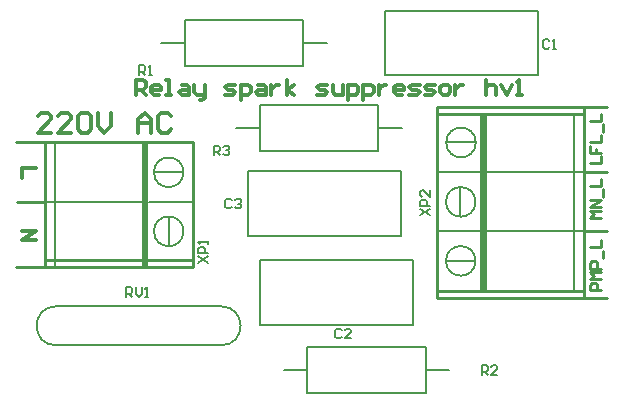
<source format=gto>
G04*
G04 #@! TF.GenerationSoftware,Altium Limited,Altium Designer,19.1.8 (144)*
G04*
G04 Layer_Color=65535*
%FSLAX24Y24*%
%MOIN*%
G70*
G01*
G75*
%ADD10C,0.0079*%
%ADD11C,0.0050*%
%ADD12C,0.0100*%
%ADD13C,0.0098*%
%ADD14C,0.0138*%
%ADD15C,0.0118*%
%ADD16R,0.0226X0.4213*%
%ADD17R,0.0187X0.5935*%
D10*
X5572Y5059D02*
G03*
X5572Y5059I-493J0D01*
G01*
Y7028D02*
G03*
X5572Y7028I-493J0D01*
G01*
X15316Y8022D02*
G03*
X15316Y8022I-493J0D01*
G01*
X15306Y6043D02*
G03*
X15306Y6043I-493J0D01*
G01*
Y4075D02*
G03*
X15306Y4075I-493J0D01*
G01*
X965Y6024D02*
X4272D01*
X1289Y3848D02*
Y8031D01*
X4596Y7037D02*
X5571D01*
X5089Y4567D02*
Y5531D01*
X4409Y6024D02*
X5856D01*
X4818Y11339D02*
X5612D01*
X9549D02*
X10344D01*
X9549Y10571D02*
Y12106D01*
X5612D02*
X9549D01*
X5612Y10571D02*
Y12106D01*
Y10571D02*
X9549D01*
X5612D02*
X9549D01*
X5612Y12106D02*
X9549D01*
X5612Y10571D02*
Y12106D01*
X9549Y10571D02*
Y12106D01*
X8908Y433D02*
X9703D01*
X13640D02*
X14434D01*
X13640Y-335D02*
Y1201D01*
X9703D02*
X13640D01*
X9703Y-335D02*
Y1201D01*
Y-335D02*
X13640D01*
X9703D02*
X13640D01*
X9703Y1201D02*
X13640D01*
X9703Y-335D02*
Y1201D01*
X13640Y-335D02*
Y1201D01*
X15620Y3071D02*
Y8957D01*
Y5079D02*
X18927D01*
X15630Y7047D02*
X18937D01*
X18602Y3071D02*
Y8967D01*
X14321Y4065D02*
X15295D01*
X14803Y5571D02*
Y6535D01*
X14341Y8022D02*
X15295D01*
X15482Y3071D02*
Y8957D01*
X14035Y5079D02*
X15482D01*
X14055Y7047D02*
X15472D01*
X7333Y8504D02*
X8128D01*
X12065D02*
X12859D01*
X12065Y7736D02*
Y9272D01*
X8128D02*
X12065D01*
X8128Y7736D02*
Y9272D01*
Y7736D02*
X12065D01*
X8128D02*
X12065D01*
X8128Y9272D02*
X12065D01*
X8128Y7736D02*
Y9272D01*
X12065Y7736D02*
Y9272D01*
X6063Y4016D02*
X6378Y4226D01*
X6063D02*
X6378Y4016D01*
Y4331D02*
X6063D01*
Y4488D01*
X6116Y4541D01*
X6221D01*
X6273Y4488D01*
Y4331D01*
X6378Y4645D02*
Y4750D01*
Y4698D01*
X6063D01*
X6116Y4645D01*
X10840Y1758D02*
X10787Y1811D01*
X10682D01*
X10630Y1758D01*
Y1549D01*
X10682Y1496D01*
X10787D01*
X10840Y1549D01*
X11155Y1496D02*
X10945D01*
X11155Y1706D01*
Y1758D01*
X11102Y1811D01*
X10997D01*
X10945Y1758D01*
X3661Y2874D02*
Y3189D01*
X3819D01*
X3871Y3136D01*
Y3031D01*
X3819Y2979D01*
X3661D01*
X3766D02*
X3871Y2874D01*
X3976Y3189D02*
Y2979D01*
X4081Y2874D01*
X4186Y2979D01*
Y3189D01*
X4291Y2874D02*
X4396D01*
X4344D01*
Y3189D01*
X4291Y3136D01*
X4094Y10276D02*
Y10590D01*
X4252D01*
X4304Y10538D01*
Y10433D01*
X4252Y10381D01*
X4094D01*
X4199D02*
X4304Y10276D01*
X4409D02*
X4514D01*
X4462D01*
Y10590D01*
X4409Y10538D01*
X15512Y276D02*
Y590D01*
X15669D01*
X15722Y538D01*
Y433D01*
X15669Y381D01*
X15512D01*
X15617D02*
X15722Y276D01*
X16037D02*
X15827D01*
X16037Y485D01*
Y538D01*
X15984Y590D01*
X15879D01*
X15827Y538D01*
X13465Y5591D02*
X13780Y5800D01*
X13465D02*
X13780Y5591D01*
Y5905D02*
X13465D01*
Y6063D01*
X13517Y6115D01*
X13622D01*
X13675Y6063D01*
Y5905D01*
X13780Y6430D02*
Y6220D01*
X13570Y6430D01*
X13517D01*
X13465Y6378D01*
Y6273D01*
X13517Y6220D01*
X6575Y7598D02*
Y7913D01*
X6732D01*
X6785Y7861D01*
Y7756D01*
X6732Y7703D01*
X6575D01*
X6680D02*
X6785Y7598D01*
X6890Y7861D02*
X6942Y7913D01*
X7047D01*
X7100Y7861D01*
Y7808D01*
X7047Y7756D01*
X6995D01*
X7047D01*
X7100Y7703D01*
Y7651D01*
X7047Y7598D01*
X6942D01*
X6890Y7651D01*
X7178Y6089D02*
X7126Y6142D01*
X7021D01*
X6969Y6089D01*
Y5879D01*
X7021Y5827D01*
X7126D01*
X7178Y5879D01*
X7283Y6089D02*
X7336Y6142D01*
X7441D01*
X7493Y6089D01*
Y6037D01*
X7441Y5984D01*
X7388D01*
X7441D01*
X7493Y5932D01*
Y5879D01*
X7441Y5827D01*
X7336D01*
X7283Y5879D01*
X17769Y11404D02*
X17716Y11457D01*
X17612D01*
X17559Y11404D01*
Y11194D01*
X17612Y11142D01*
X17716D01*
X17769Y11194D01*
X17874Y11142D02*
X17979D01*
X17926D01*
Y11457D01*
X17874Y11404D01*
D11*
X6825Y1260D02*
G03*
X6825Y2560I0J650D01*
G01*
X1325Y2559D02*
G03*
X1325Y1259I0J-650D01*
G01*
X13213Y1949D02*
Y4114D01*
X8110Y1949D02*
X13213D01*
X8110D02*
Y4114D01*
X13213D01*
X1325Y2559D02*
X6831D01*
X1325Y1260D02*
X6825Y1259D01*
X17378Y10256D02*
Y12421D01*
X12276Y10256D02*
X17378D01*
X12276D02*
Y12421D01*
X17378D01*
X7709Y7067D02*
X12811D01*
X7709Y4902D02*
Y7067D01*
Y4902D02*
X12811D01*
Y7067D01*
D12*
X5876Y4094D02*
Y8031D01*
X955Y4094D02*
Y8031D01*
Y3858D02*
X5876D01*
X955Y4094D02*
X5876D01*
X955Y8031D02*
X5876D01*
Y3858D02*
Y4094D01*
X955Y3858D02*
Y4094D01*
X18937Y2835D02*
Y3071D01*
X14016Y2835D02*
Y3071D01*
X18937Y8976D02*
Y9213D01*
X14016Y8976D02*
Y9213D01*
Y3071D02*
X18937D01*
X14016Y2835D02*
X18937D01*
X14016Y8976D02*
X18937D01*
X14016Y9213D02*
X18937D01*
Y3071D02*
Y8976D01*
X14016Y3071D02*
Y8976D01*
D13*
X18937Y9213D02*
X19685D01*
X18937Y7047D02*
X19685D01*
X18927Y5079D02*
X19675D01*
X18937Y2835D02*
X19685D01*
X10Y6024D02*
X965D01*
X0Y8031D02*
X955D01*
X0Y3858D02*
X955D01*
X19134Y7323D02*
X19488D01*
Y7559D01*
X19134Y7913D02*
Y7677D01*
X19311D01*
Y7795D01*
Y7677D01*
X19488D01*
X19134Y8031D02*
X19488D01*
Y8267D01*
X19547Y8385D02*
Y8622D01*
X19134Y8740D02*
X19488D01*
Y8976D01*
Y5512D02*
X19134D01*
X19252Y5630D01*
X19134Y5748D01*
X19488D01*
Y5866D02*
X19134D01*
X19488Y6102D01*
X19134D01*
X19547Y6220D02*
Y6456D01*
X19134Y6574D02*
X19488D01*
Y6811D01*
X19488Y3110D02*
X19134D01*
Y3287D01*
X19193Y3346D01*
X19311D01*
X19370Y3287D01*
Y3110D01*
X19488Y3464D02*
X19134D01*
X19252Y3583D01*
X19134Y3701D01*
X19488D01*
Y3819D02*
X19134D01*
Y3996D01*
X19193Y4055D01*
X19311D01*
X19370Y3996D01*
Y3819D01*
X19547Y4173D02*
Y4409D01*
X19134Y4527D02*
X19488D01*
Y4763D01*
D14*
X1155Y8346D02*
X709D01*
X1155Y8793D01*
Y8904D01*
X1043Y9016D01*
X820D01*
X709Y8904D01*
X1824Y8346D02*
X1378D01*
X1824Y8793D01*
Y8904D01*
X1712Y9016D01*
X1489D01*
X1378Y8904D01*
X2047D02*
X2158Y9016D01*
X2381D01*
X2493Y8904D01*
Y8458D01*
X2381Y8346D01*
X2158D01*
X2047Y8458D01*
Y8904D01*
X2716Y9016D02*
Y8569D01*
X2939Y8346D01*
X3162Y8569D01*
Y9016D01*
X4054Y8346D02*
Y8793D01*
X4277Y9016D01*
X4500Y8793D01*
Y8346D01*
Y8681D01*
X4054D01*
X5169Y8904D02*
X5058Y9016D01*
X4835D01*
X4723Y8904D01*
Y8458D01*
X4835Y8346D01*
X5058D01*
X5169Y8458D01*
X3976Y9606D02*
Y10118D01*
X4232D01*
X4317Y10033D01*
Y9862D01*
X4232Y9777D01*
X3976D01*
X4147D02*
X4317Y9606D01*
X4744D02*
X4573D01*
X4488Y9692D01*
Y9862D01*
X4573Y9947D01*
X4744D01*
X4829Y9862D01*
Y9777D01*
X4488D01*
X5000Y9606D02*
X5170D01*
X5085D01*
Y10118D01*
X5000D01*
X5511Y9947D02*
X5682D01*
X5767Y9862D01*
Y9606D01*
X5511D01*
X5426Y9692D01*
X5511Y9777D01*
X5767D01*
X5938Y9947D02*
Y9692D01*
X6023Y9606D01*
X6279D01*
Y9521D01*
X6194Y9436D01*
X6108D01*
X6279Y9606D02*
Y9947D01*
X6961Y9606D02*
X7217D01*
X7302Y9692D01*
X7217Y9777D01*
X7046D01*
X6961Y9862D01*
X7046Y9947D01*
X7302D01*
X7473Y9436D02*
Y9947D01*
X7728D01*
X7814Y9862D01*
Y9692D01*
X7728Y9606D01*
X7473D01*
X8070Y9947D02*
X8240D01*
X8325Y9862D01*
Y9606D01*
X8070D01*
X7984Y9692D01*
X8070Y9777D01*
X8325D01*
X8496Y9947D02*
Y9606D01*
Y9777D01*
X8581Y9862D01*
X8666Y9947D01*
X8752D01*
X9008Y9606D02*
Y10118D01*
Y9777D02*
X9263Y9947D01*
X9008Y9777D02*
X9263Y9606D01*
X10031D02*
X10287D01*
X10372Y9692D01*
X10287Y9777D01*
X10116D01*
X10031Y9862D01*
X10116Y9947D01*
X10372D01*
X10543D02*
Y9692D01*
X10628Y9606D01*
X10884D01*
Y9947D01*
X11054Y9436D02*
Y9947D01*
X11310D01*
X11395Y9862D01*
Y9692D01*
X11310Y9606D01*
X11054D01*
X11566Y9436D02*
Y9947D01*
X11822D01*
X11907Y9862D01*
Y9692D01*
X11822Y9606D01*
X11566D01*
X12077Y9947D02*
Y9606D01*
Y9777D01*
X12163Y9862D01*
X12248Y9947D01*
X12333D01*
X12845Y9606D02*
X12674D01*
X12589Y9692D01*
Y9862D01*
X12674Y9947D01*
X12845D01*
X12930Y9862D01*
Y9777D01*
X12589D01*
X13101Y9606D02*
X13357D01*
X13442Y9692D01*
X13357Y9777D01*
X13186D01*
X13101Y9862D01*
X13186Y9947D01*
X13442D01*
X13612Y9606D02*
X13868D01*
X13953Y9692D01*
X13868Y9777D01*
X13698D01*
X13612Y9862D01*
X13698Y9947D01*
X13953D01*
X14209Y9606D02*
X14380D01*
X14465Y9692D01*
Y9862D01*
X14380Y9947D01*
X14209D01*
X14124Y9862D01*
Y9692D01*
X14209Y9606D01*
X14636Y9947D02*
Y9606D01*
Y9777D01*
X14721Y9862D01*
X14806Y9947D01*
X14891D01*
X15659Y10118D02*
Y9606D01*
Y9862D01*
X15744Y9947D01*
X15915D01*
X16000Y9862D01*
Y9606D01*
X16171Y9947D02*
X16341Y9606D01*
X16512Y9947D01*
X16682Y9606D02*
X16853D01*
X16768D01*
Y10118D01*
X16682Y10033D01*
D15*
X197Y5079D02*
X669D01*
X197Y4764D01*
X669D01*
Y7165D02*
X197D01*
Y6850D01*
D16*
X4286Y5925D02*
D03*
D17*
X15576Y6038D02*
D03*
M02*

</source>
